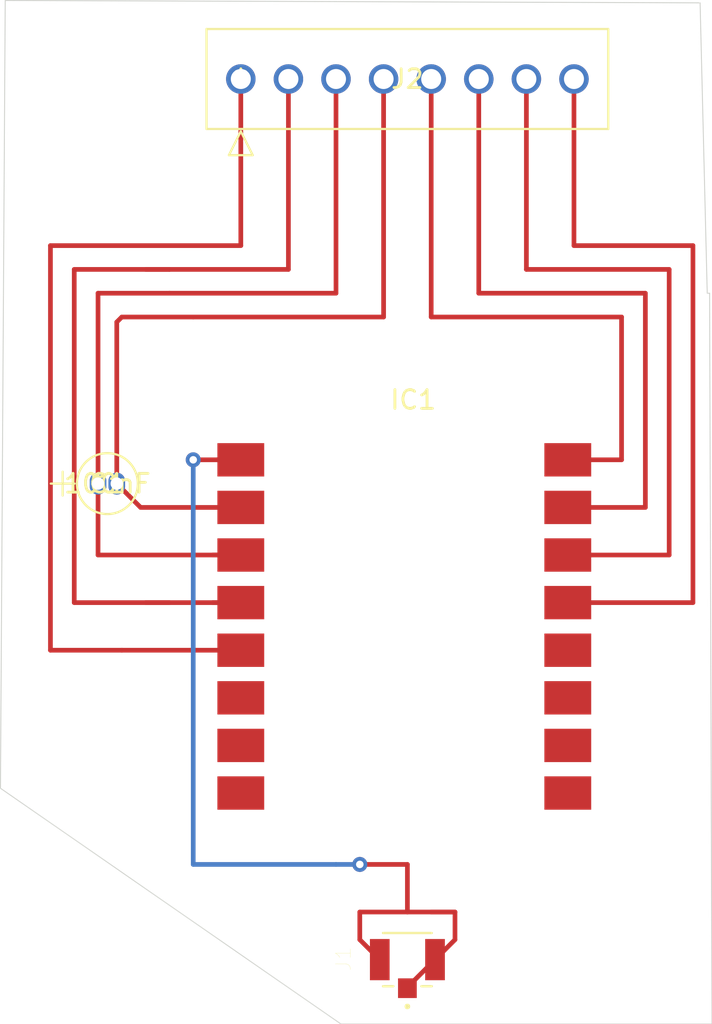
<source format=kicad_pcb>
(kicad_pcb (version 20171130) (host pcbnew "(5.1.10)-1")

  (general
    (thickness 1.6)
    (drawings 7)
    (tracks 62)
    (zones 0)
    (modules 4)
    (nets 17)
  )

  (page A4)
  (layers
    (0 F.Cu signal)
    (31 B.Cu signal)
    (32 B.Adhes user)
    (33 F.Adhes user)
    (34 B.Paste user)
    (35 F.Paste user)
    (36 B.SilkS user)
    (37 F.SilkS user)
    (38 B.Mask user)
    (39 F.Mask user)
    (40 Dwgs.User user)
    (41 Cmts.User user)
    (42 Eco1.User user)
    (43 Eco2.User user)
    (44 Edge.Cuts user)
    (45 Margin user)
    (46 B.CrtYd user)
    (47 F.CrtYd user)
    (48 B.Fab user)
    (49 F.Fab user)
  )

  (setup
    (last_trace_width 0.25)
    (trace_clearance 0.2)
    (zone_clearance 0.508)
    (zone_45_only no)
    (trace_min 0.2)
    (via_size 0.8)
    (via_drill 0.4)
    (via_min_size 0.4)
    (via_min_drill 0.3)
    (uvia_size 0.3)
    (uvia_drill 0.1)
    (uvias_allowed no)
    (uvia_min_size 0.2)
    (uvia_min_drill 0.1)
    (edge_width 0.05)
    (segment_width 0.2)
    (pcb_text_width 0.3)
    (pcb_text_size 1.5 1.5)
    (mod_edge_width 0.12)
    (mod_text_size 1 1)
    (mod_text_width 0.15)
    (pad_size 1.524 1.524)
    (pad_drill 0.762)
    (pad_to_mask_clearance 0)
    (aux_axis_origin 0 0)
    (visible_elements 7FFFFFFF)
    (pcbplotparams
      (layerselection 0x010fc_ffffffff)
      (usegerberextensions false)
      (usegerberattributes true)
      (usegerberadvancedattributes true)
      (creategerberjobfile true)
      (excludeedgelayer true)
      (linewidth 0.100000)
      (plotframeref false)
      (viasonmask false)
      (mode 1)
      (useauxorigin false)
      (hpglpennumber 1)
      (hpglpenspeed 20)
      (hpglpendiameter 15.000000)
      (psnegative false)
      (psa4output false)
      (plotreference true)
      (plotvalue true)
      (plotinvisibletext false)
      (padsonsilk false)
      (subtractmaskfromsilk false)
      (outputformat 1)
      (mirror false)
      (drillshape 1)
      (scaleselection 1)
      (outputdirectory ""))
  )

  (net 0 "")
  (net 1 "Net-(IC1-Pad1)")
  (net 2 +3V3)
  (net 3 "/13(TX2)")
  (net 4 "/12(RX2)")
  (net 5 "Net-(IC1-Pad6)")
  (net 6 "Net-(IC1-Pad7)")
  (net 7 "Net-(IC1-Pad8)")
  (net 8 "Net-(IC1-Pad9)")
  (net 9 "Net-(IC1-Pad10)")
  (net 10 "Net-(IC1-Pad11)")
  (net 11 "Net-(IC1-Pad12)")
  (net 12 "/20(SCK)")
  (net 13 "/22(MISO)")
  (net 14 "/21(MOSI)")
  (net 15 "/19(SS)")
  (net 16 GND)

  (net_class Default "This is the default net class."
    (clearance 0.2)
    (trace_width 0.25)
    (via_dia 0.8)
    (via_drill 0.4)
    (uvia_dia 0.3)
    (uvia_drill 0.1)
    (add_net +3V3)
    (add_net "/12(RX2)")
    (add_net "/13(TX2)")
    (add_net "/19(SS)")
    (add_net "/20(SCK)")
    (add_net "/21(MOSI)")
    (add_net "/22(MISO)")
    (add_net GND)
    (add_net "Net-(IC1-Pad1)")
    (add_net "Net-(IC1-Pad10)")
    (add_net "Net-(IC1-Pad11)")
    (add_net "Net-(IC1-Pad12)")
    (add_net "Net-(IC1-Pad6)")
    (add_net "Net-(IC1-Pad7)")
    (add_net "Net-(IC1-Pad8)")
    (add_net "Net-(IC1-Pad9)")
  )

  (module UMA1H0R1MCD2TP:UMA1H0R1MCD2TP (layer F.Cu) (tedit 0) (tstamp 617071A2)
    (at 175.26 99.06)
    (path /6164FDBF)
    (fp_text reference C1 (at 0.5 0) (layer F.SilkS)
      (effects (font (size 1 1) (thickness 0.15)))
    )
    (fp_text value 100nF (at 0.5 0) (layer F.SilkS)
      (effects (font (size 1 1) (thickness 0.15)))
    )
    (fp_text user * (at 0 0) (layer F.Fab)
      (effects (font (size 1 1) (thickness 0.15)))
    )
    (fp_text user * (at 0 0) (layer F.SilkS)
      (effects (font (size 1 1) (thickness 0.15)))
    )
    (fp_text user "Copyright 2021 Accelerated Designs. All rights reserved." (at 0 0) (layer Cmts.User)
      (effects (font (size 0.127 0.127) (thickness 0.002)))
    )
    (fp_line (start -2.5226 0) (end -1.2526 0) (layer F.Fab) (width 0.1))
    (fp_line (start -1.8876 -0.635) (end -1.8876 0.635) (layer F.Fab) (width 0.1))
    (fp_line (start -2.5226 0) (end -1.2526 0) (layer F.SilkS) (width 0.12))
    (fp_line (start -1.8876 -0.635) (end -1.8876 0.635) (layer F.SilkS) (width 0.12))
    (fp_line (start -0.221659 -1.7526) (end 1.221659 -1.7526) (layer F.CrtYd) (width 0.05))
    (fp_line (start 1.221659 -1.7526) (end 2.2526 -0.721659) (layer F.CrtYd) (width 0.05))
    (fp_line (start 2.2526 -0.721659) (end 2.2526 0.721659) (layer F.CrtYd) (width 0.05))
    (fp_line (start 2.2526 0.721659) (end 1.221659 1.7526) (layer F.CrtYd) (width 0.05))
    (fp_line (start 1.221659 1.7526) (end -0.221659 1.7526) (layer F.CrtYd) (width 0.05))
    (fp_line (start -0.221659 1.7526) (end -1.2526 0.721659) (layer F.CrtYd) (width 0.05))
    (fp_line (start -1.2526 0.721659) (end -1.2526 -0.721659) (layer F.CrtYd) (width 0.05))
    (fp_line (start -1.2526 -0.721659) (end -0.221659 -1.7526) (layer F.CrtYd) (width 0.05))
    (fp_circle (center 0.5 0) (end 1.9986 0) (layer F.CrtYd) (width 0.05))
    (fp_circle (center 0.5 0) (end 1.9986 0) (layer F.Fab) (width 0.1))
    (fp_circle (center 0.5 0) (end 2.1256 0) (layer F.SilkS) (width 0.12))
    (pad 2 thru_hole oval (at 1 0) (size 0.889 1.1684) (drill 0.6604) (layers *.Cu *.Mask)
      (net 16 GND))
    (pad 1 thru_hole oval (at 0 0) (size 0.889 1.1684) (drill 0.6604) (layers *.Cu *.Mask)
      (net 2 +3V3))
  )

  (module ul_PPTC081LFBN-RC:PPTC081LFBN-RC (layer F.Cu) (tedit 0) (tstamp 61700880)
    (at 182.88 77.47 180)
    (path /616F4CA2)
    (fp_text reference J2 (at -8.89 0) (layer F.SilkS)
      (effects (font (size 1 1) (thickness 0.15)))
    )
    (fp_text value PPTC081LFBN-RC (at -8.89 0 180) (layer F.SilkS) hide
      (effects (font (size 1 1) (thickness 0.15)))
    )
    (fp_line (start 1.9558 -2.794) (end -19.7358 -2.794) (layer F.CrtYd) (width 0.05))
    (fp_line (start 1.9558 2.794) (end 1.9558 -2.794) (layer F.CrtYd) (width 0.05))
    (fp_line (start -19.7358 2.794) (end 1.9558 2.794) (layer F.CrtYd) (width 0.05))
    (fp_line (start -19.7358 -2.794) (end -19.7358 2.794) (layer F.CrtYd) (width 0.05))
    (fp_line (start -19.4818 -2.54) (end -19.4818 2.54) (layer F.Fab) (width 0.1))
    (fp_line (start 1.7018 -2.54) (end -19.4818 -2.54) (layer F.Fab) (width 0.1))
    (fp_line (start 1.7018 2.54) (end 1.7018 -2.54) (layer F.Fab) (width 0.1))
    (fp_line (start -19.4818 2.54) (end 1.7018 2.54) (layer F.Fab) (width 0.1))
    (fp_line (start -19.6088 -2.667) (end -19.6088 2.667) (layer F.SilkS) (width 0.12))
    (fp_line (start 1.8288 -2.667) (end -19.6088 -2.667) (layer F.SilkS) (width 0.12))
    (fp_line (start 1.8288 2.667) (end 1.8288 -2.667) (layer F.SilkS) (width 0.12))
    (fp_line (start -19.6088 2.667) (end 1.8288 2.667) (layer F.SilkS) (width 0.12))
    (fp_line (start 0.635 -4.064) (end 0 -2.794) (layer F.Fab) (width 0.1))
    (fp_line (start -0.635 -4.064) (end 0.635 -4.064) (layer F.Fab) (width 0.1))
    (fp_line (start 0 -2.794) (end -0.635 -4.064) (layer F.Fab) (width 0.1))
    (fp_line (start 0.635 -4.064) (end 0 -2.794) (layer F.SilkS) (width 0.12))
    (fp_line (start -0.635 -4.064) (end 0.635 -4.064) (layer F.SilkS) (width 0.12))
    (fp_line (start 0 -2.794) (end -0.635 -4.064) (layer F.SilkS) (width 0.12))
    (fp_text user * (at 0 0) (layer F.Fab)
      (effects (font (size 1 1) (thickness 0.15)))
    )
    (fp_text user * (at 0 0) (layer F.SilkS)
      (effects (font (size 1 1) (thickness 0.15)))
    )
    (fp_text user "Copyright 2021 Accelerated Designs. All rights reserved." (at 0 0) (layer Cmts.User)
      (effects (font (size 0.127 0.127) (thickness 0.002)))
    )
    (pad 8 thru_hole circle (at -17.78 0 180) (size 1.5748 1.5748) (drill 1.0668) (layers *.Cu *.Mask)
      (net 12 "/20(SCK)"))
    (pad 7 thru_hole circle (at -15.24 0 180) (size 1.5748 1.5748) (drill 1.0668) (layers *.Cu *.Mask)
      (net 13 "/22(MISO)"))
    (pad 6 thru_hole circle (at -12.7 0 180) (size 1.5748 1.5748) (drill 1.0668) (layers *.Cu *.Mask)
      (net 14 "/21(MOSI)"))
    (pad 5 thru_hole circle (at -10.16 0 180) (size 1.5748 1.5748) (drill 1.0668) (layers *.Cu *.Mask)
      (net 15 "/19(SS)"))
    (pad 4 thru_hole circle (at -7.62 0 180) (size 1.5748 1.5748) (drill 1.0668) (layers *.Cu *.Mask)
      (net 16 GND))
    (pad 3 thru_hole circle (at -5.08 0 180) (size 1.5748 1.5748) (drill 1.0668) (layers *.Cu *.Mask)
      (net 2 +3V3))
    (pad 2 thru_hole circle (at -2.54 0 180) (size 1.5748 1.5748) (drill 1.0668) (layers *.Cu *.Mask)
      (net 3 "/13(TX2)"))
    (pad 1 thru_hole circle (at 0 0 180) (size 1.5748 1.5748) (drill 1.0668) (layers *.Cu *.Mask)
      (net 4 "/12(RX2)"))
  )

  (module "Lambda Tranciever:HRS_U.FL-R-SMT(10)" (layer F.Cu) (tedit 6034041E) (tstamp 6170085F)
    (at 191.77 124.46 90)
    (descr "U.FL Series 50 Ohm Receptacle Male Pins Ultra Small SMT Coaxial Connector")
    (path /61664DA7)
    (fp_text reference J1 (at 0.039915 -3.411835 90) (layer F.SilkS)
      (effects (font (size 0.801331 0.801331) (thickness 0.015)))
    )
    (fp_text value "U.FL-R-SMT(10)" (at 6.64582 3.09284 90) (layer F.Fab)
      (effects (font (size 0.80022 0.80022) (thickness 0.015)))
    )
    (fp_poly (pts (xy -1 -0.95) (xy 1.3 -0.95) (xy 1.3 0.95) (xy -1 0.95)) (layer Dwgs.User) (width 0.01))
    (fp_poly (pts (xy -1 -0.95) (xy 1.3 -0.95) (xy 1.3 0.95) (xy -1 0.95)) (layer Dwgs.User) (width 0.01))
    (fp_line (start 1.3 -1.3) (end 1.3 1.3) (layer F.Fab) (width 0.127))
    (fp_line (start -1.42 0.75) (end -1.42 1.3) (layer F.SilkS) (width 0.127))
    (fp_line (start -1.42 -1.3) (end -1.42 -0.75) (layer F.SilkS) (width 0.127))
    (fp_circle (center -2.5 0) (end -2.425 0) (layer F.Fab) (width 0.15))
    (fp_circle (center -2.5 0) (end -2.425 0) (layer F.SilkS) (width 0.15))
    (fp_line (start -2.3 -2.25) (end 1.55 -2.25) (layer F.CrtYd) (width 0.05))
    (fp_line (start -2.3 2.25) (end -2.3 -2.25) (layer F.CrtYd) (width 0.05))
    (fp_line (start 1.55 2.25) (end -2.3 2.25) (layer F.CrtYd) (width 0.05))
    (fp_line (start 1.55 -2.25) (end 1.55 2.25) (layer F.CrtYd) (width 0.05))
    (fp_circle (center 0 0) (end 0.3 0) (layer F.Fab) (width 0.1))
    (fp_circle (center 0 0) (end 1 0) (layer F.Fab) (width 0.127))
    (fp_line (start -1.3 -1.3) (end -1.3 1.3) (layer F.Fab) (width 0.127))
    (fp_line (start 1.42 -1.3) (end 1.42 1.3) (layer F.SilkS) (width 0.127))
    (fp_line (start 1.3 1.3) (end -1.3 1.3) (layer F.Fab) (width 0.127))
    (fp_line (start 1.3 -1.3) (end -1.3 -1.3) (layer F.Fab) (width 0.127))
    (pad 3 smd rect (at 0 1.475 90) (size 2.2 1.05) (layers F.Cu F.Paste F.Mask)
      (net 1 "Net-(IC1-Pad1)"))
    (pad 2 smd rect (at 0 -1.475 90) (size 2.2 1.05) (layers F.Cu F.Paste F.Mask)
      (net 1 "Net-(IC1-Pad1)"))
    (pad 1 smd rect (at -1.525 0 90) (size 1.05 1) (layers F.Cu F.Paste F.Mask)
      (net 1 "Net-(IC1-Pad1)"))
  )

  (module "Lambda Tranciever:LAMBDA-9S" (layer F.Cu) (tedit 5FF3EC04) (tstamp 61662FA1)
    (at 182.88 97.79)
    (path /6164B11A)
    (fp_text reference IC1 (at 9.2 -3.2) (layer F.SilkS)
      (effects (font (size 1 1) (thickness 0.15)))
    )
    (fp_text value LAMBDA-9S (at 9.3 -5.2) (layer F.Fab)
      (effects (font (size 1 1) (thickness 0.15)))
    )
    (fp_line (start -1.31 -6.38) (end -1.31 20.62) (layer F.CrtYd) (width 0.12))
    (fp_line (start 18.69 20.62) (end -1.31 20.62) (layer F.CrtYd) (width 0.12))
    (fp_line (start 18.69 20.62) (end 18.69 -6.38) (layer F.CrtYd) (width 0.12))
    (fp_line (start -1.31 -6.38) (end 18.69 -6.38) (layer F.CrtYd) (width 0.12))
    (pad 12 smd rect (at 17.45 10.16) (size 2.5 1.78) (layers F.Cu F.Paste F.Mask)
      (net 11 "Net-(IC1-Pad12)"))
    (pad 15 smd rect (at 17.45 2.54) (size 2.5 1.78) (layers F.Cu F.Paste F.Mask)
      (net 14 "/21(MOSI)"))
    (pad 13 smd rect (at 17.45 7.62) (size 2.5 1.78) (layers F.Cu F.Paste F.Mask)
      (net 12 "/20(SCK)"))
    (pad 11 smd rect (at 17.45 12.7) (size 2.5 1.78) (layers F.Cu F.Paste F.Mask)
      (net 10 "Net-(IC1-Pad11)"))
    (pad 9 smd rect (at 17.45 17.78) (size 2.5 1.78) (layers F.Cu F.Paste F.Mask)
      (net 8 "Net-(IC1-Pad9)"))
    (pad 14 smd rect (at 17.45 5.08) (size 2.5 1.78) (layers F.Cu F.Paste F.Mask)
      (net 13 "/22(MISO)"))
    (pad 10 smd rect (at 17.45 15.24) (size 2.5 1.78) (layers F.Cu F.Paste F.Mask)
      (net 9 "Net-(IC1-Pad10)"))
    (pad 16 smd rect (at 17.45 0) (size 2.5 1.78) (layers F.Cu F.Paste F.Mask)
      (net 15 "/19(SS)"))
    (pad 8 smd rect (at 0 17.78) (size 2.5 1.78) (layers F.Cu F.Paste F.Mask)
      (net 7 "Net-(IC1-Pad8)"))
    (pad 7 smd rect (at 0 15.24) (size 2.5 1.78) (layers F.Cu F.Paste F.Mask)
      (net 6 "Net-(IC1-Pad7)"))
    (pad 6 smd rect (at 0 12.7) (size 2.5 1.78) (layers F.Cu F.Paste F.Mask)
      (net 5 "Net-(IC1-Pad6)"))
    (pad 5 smd rect (at 0 10.16) (size 2.5 1.78) (layers F.Cu F.Paste F.Mask)
      (net 4 "/12(RX2)"))
    (pad 4 smd rect (at 0 7.62) (size 2.5 1.78) (layers F.Cu F.Paste F.Mask)
      (net 3 "/13(TX2)"))
    (pad 3 smd rect (at 0 5.08) (size 2.5 1.78) (layers F.Cu F.Paste F.Mask)
      (net 2 +3V3))
    (pad 2 smd rect (at 0 2.54) (size 2.5 1.78) (layers F.Cu F.Paste F.Mask)
      (net 16 GND))
    (pad 1 smd rect (at 0 0) (size 2.5 1.78) (layers F.Cu F.Paste F.Mask)
      (net 1 "Net-(IC1-Pad1)"))
  )

  (gr_line (start 207.899 88.9) (end 207.772 88.9) (layer Edge.Cuts) (width 0.05) (tstamp 61707341))
  (gr_line (start 208.026 127.889) (end 207.899 88.9) (layer Edge.Cuts) (width 0.05))
  (gr_line (start 188.214 127.889) (end 208.026 127.889) (layer Edge.Cuts) (width 0.05))
  (gr_line (start 170.053 115.316) (end 188.214 127.889) (layer Edge.Cuts) (width 0.05))
  (gr_line (start 170.307 73.279) (end 170.053 115.316) (layer Edge.Cuts) (width 0.05))
  (gr_line (start 207.391 73.406) (end 170.307 73.279) (layer Edge.Cuts) (width 0.05))
  (gr_line (start 207.772 88.9) (end 207.391 73.406) (layer Edge.Cuts) (width 0.05))

  (via (at 180.34 97.79) (size 0.8) (drill 0.4) (layers F.Cu B.Cu) (net 1))
  (via (at 189.23 119.38) (size 0.8) (drill 0.4) (layers F.Cu B.Cu) (net 1))
  (segment (start 189.23 119.38) (end 191.77 119.38) (width 0.25) (layer F.Cu) (net 1))
  (segment (start 191.77 119.38) (end 191.77 121.92) (width 0.25) (layer F.Cu) (net 1))
  (segment (start 191.77 121.92) (end 194.31 121.92) (width 0.25) (layer F.Cu) (net 1))
  (segment (start 194.31 121.92) (end 193.04 121.92) (width 0.25) (layer F.Cu) (net 1))
  (segment (start 182.88 97.79) (end 182.154999 97.064999) (width 0.25) (layer F.Cu) (net 1))
  (segment (start 182.88 97.79) (end 181.61 97.79) (width 0.25) (layer F.Cu) (net 1))
  (segment (start 187.96 119.38) (end 189.23 119.38) (width 0.25) (layer B.Cu) (net 1))
  (segment (start 194.31 123.395) (end 193.245 124.46) (width 0.25) (layer F.Cu) (net 1))
  (segment (start 194.31 121.92) (end 194.31 123.395) (width 0.25) (layer F.Cu) (net 1))
  (segment (start 189.23 123.395) (end 190.295 124.46) (width 0.25) (layer F.Cu) (net 1))
  (segment (start 189.23 121.92) (end 189.23 123.395) (width 0.25) (layer F.Cu) (net 1))
  (segment (start 191.77 121.92) (end 189.23 121.92) (width 0.25) (layer F.Cu) (net 1))
  (segment (start 182.88 97.79) (end 180.34 97.79) (width 0.25) (layer F.Cu) (net 1))
  (segment (start 180.34 97.79) (end 180.34 119.38) (width 0.25) (layer B.Cu) (net 1))
  (segment (start 180.34 119.38) (end 187.96 119.38) (width 0.25) (layer B.Cu) (net 1))
  (segment (start 191.77 125.935) (end 193.245 124.46) (width 0.25) (layer F.Cu) (net 1))
  (segment (start 191.77 125.985) (end 191.77 125.935) (width 0.25) (layer F.Cu) (net 1))
  (segment (start 181.38 102.87) (end 182.88 102.87) (width 0.25) (layer F.Cu) (net 2))
  (segment (start 187.96 77.47) (end 187.96 88.9) (width 0.25) (layer F.Cu) (net 2))
  (segment (start 187.96 88.9) (end 179.07 88.9) (width 0.25) (layer F.Cu) (net 2))
  (segment (start 175.26 102.87) (end 175.26 99.06) (width 0.25) (layer F.Cu) (net 2))
  (segment (start 182.88 102.87) (end 175.26 102.87) (width 0.25) (layer F.Cu) (net 2))
  (segment (start 175.26 99.06) (end 175.26 88.9) (width 0.25) (layer F.Cu) (net 2))
  (segment (start 175.26 88.9) (end 179.07 88.9) (width 0.25) (layer F.Cu) (net 2))
  (segment (start 182.88 105.41) (end 181.38 105.41) (width 0.25) (layer F.Cu) (net 3))
  (segment (start 185.42 77.47) (end 185.42 87.63) (width 0.25) (layer F.Cu) (net 3))
  (segment (start 173.99 87.63) (end 173.99 105.41) (width 0.25) (layer F.Cu) (net 3))
  (segment (start 177.8 105.41) (end 182.88 105.41) (width 0.25) (layer F.Cu) (net 3))
  (segment (start 173.99 87.63) (end 179.07 87.63) (width 0.25) (layer F.Cu) (net 3))
  (segment (start 179.07 87.63) (end 177.8 87.63) (width 0.25) (layer F.Cu) (net 3))
  (segment (start 185.42 87.63) (end 179.07 87.63) (width 0.25) (layer F.Cu) (net 3))
  (segment (start 173.99 105.41) (end 179.07 105.41) (width 0.25) (layer F.Cu) (net 3))
  (segment (start 176.53 107.95) (end 182.88 107.95) (width 0.25) (layer F.Cu) (net 4))
  (segment (start 182.88 86.36) (end 182.88 77.47) (width 0.25) (layer F.Cu) (net 4))
  (segment (start 172.72 86.36) (end 182.88 86.36) (width 0.25) (layer F.Cu) (net 4))
  (segment (start 172.72 107.95) (end 172.72 86.36) (width 0.25) (layer F.Cu) (net 4))
  (segment (start 172.72 107.95) (end 176.53 107.95) (width 0.25) (layer F.Cu) (net 4))
  (segment (start 200.33 105.41) (end 207.01 105.41) (width 0.25) (layer F.Cu) (net 12))
  (segment (start 207.01 105.41) (end 207.01 86.36) (width 0.25) (layer F.Cu) (net 12))
  (segment (start 207.01 86.36) (end 200.66 86.36) (width 0.25) (layer F.Cu) (net 12))
  (segment (start 200.66 86.36) (end 200.66 77.47) (width 0.25) (layer F.Cu) (net 12))
  (segment (start 200.33 102.87) (end 205.74 102.87) (width 0.25) (layer F.Cu) (net 13))
  (segment (start 205.74 102.87) (end 205.74 87.63) (width 0.25) (layer F.Cu) (net 13))
  (segment (start 205.74 87.63) (end 198.12 87.63) (width 0.25) (layer F.Cu) (net 13))
  (segment (start 198.12 87.63) (end 198.12 77.47) (width 0.25) (layer F.Cu) (net 13))
  (segment (start 200.33 100.33) (end 204.47 100.33) (width 0.25) (layer F.Cu) (net 14))
  (segment (start 204.47 100.33) (end 204.47 88.9) (width 0.25) (layer F.Cu) (net 14))
  (segment (start 204.47 88.9) (end 195.58 88.9) (width 0.25) (layer F.Cu) (net 14))
  (segment (start 195.58 88.9) (end 195.58 77.47) (width 0.25) (layer F.Cu) (net 14))
  (segment (start 200.33 97.79) (end 203.2 97.79) (width 0.25) (layer F.Cu) (net 15))
  (segment (start 203.2 97.79) (end 203.2 90.17) (width 0.25) (layer F.Cu) (net 15))
  (segment (start 203.2 90.17) (end 193.04 90.17) (width 0.25) (layer F.Cu) (net 15))
  (segment (start 193.04 90.17) (end 193.04 77.47) (width 0.25) (layer F.Cu) (net 15))
  (segment (start 190.5 77.47) (end 190.5 90.17) (width 0.25) (layer F.Cu) (net 16))
  (segment (start 190.5 90.17) (end 180.34 90.17) (width 0.25) (layer F.Cu) (net 16))
  (segment (start 177.53 100.33) (end 176.26 99.06) (width 0.25) (layer F.Cu) (net 16))
  (segment (start 182.88 100.33) (end 177.53 100.33) (width 0.25) (layer F.Cu) (net 16))
  (segment (start 176.26 99.06) (end 176.26 90.44) (width 0.25) (layer F.Cu) (net 16))
  (segment (start 176.26 90.44) (end 176.53 90.17) (width 0.25) (layer F.Cu) (net 16))
  (segment (start 176.53 90.17) (end 180.34 90.17) (width 0.25) (layer F.Cu) (net 16))

)

</source>
